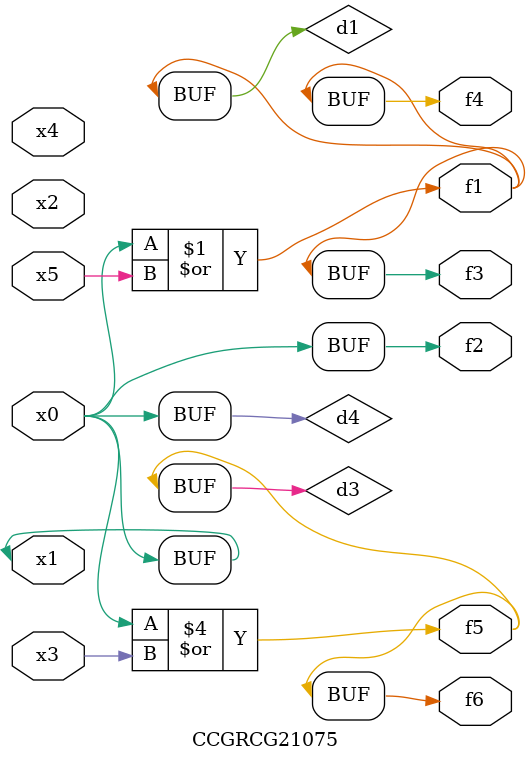
<source format=v>
module CCGRCG21075(
	input x0, x1, x2, x3, x4, x5,
	output f1, f2, f3, f4, f5, f6
);

	wire d1, d2, d3, d4;

	or (d1, x0, x5);
	xnor (d2, x1, x4);
	or (d3, x0, x3);
	buf (d4, x0, x1);
	assign f1 = d1;
	assign f2 = d4;
	assign f3 = d1;
	assign f4 = d1;
	assign f5 = d3;
	assign f6 = d3;
endmodule

</source>
